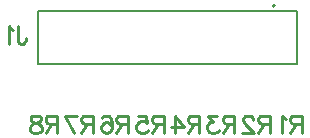
<source format=gbr>
%TF.GenerationSoftware,Altium Limited,Altium Designer,25.7.1 (20)*%
G04 Layer_Color=32896*
%FSLAX45Y45*%
%MOMM*%
%TF.SameCoordinates,F992C923-051B-4CFE-8532-EDB8D3AF3AE8*%
%TF.FilePolarity,Positive*%
%TF.FileFunction,Legend,Bot*%
%TF.Part,Single*%
G01*
G75*
%TA.AperFunction,NonConductor*%
%ADD23C,0.20000*%
%ADD24C,0.25000*%
%ADD25C,0.12700*%
D23*
X15110001Y20664600D02*
G03*
X15110001Y20664600I-10000J0D01*
G01*
D24*
X12930847Y20490288D02*
Y20376027D01*
X12937988Y20354604D01*
X12945129Y20347461D01*
X12959412Y20340320D01*
X12973695D01*
X12987978Y20347461D01*
X12995119Y20354604D01*
X13002260Y20376027D01*
Y20390309D01*
X12892284Y20461723D02*
X12878001Y20468864D01*
X12856577Y20490288D01*
Y20340320D01*
X14166760Y19734984D02*
Y19585016D01*
Y19734984D02*
X14102489D01*
X14081065Y19727843D01*
X14073923Y19720702D01*
X14066782Y19706419D01*
Y19692136D01*
X14073923Y19677853D01*
X14081065Y19670712D01*
X14102489Y19663571D01*
X14166760D01*
X14116771D02*
X14066782Y19585016D01*
X13947522Y19734984D02*
X14018935D01*
X14026076Y19670712D01*
X14018935Y19677853D01*
X13997511Y19684995D01*
X13976086D01*
X13954663Y19677853D01*
X13940379Y19663571D01*
X13933240Y19642146D01*
Y19627864D01*
X13940379Y19606441D01*
X13954663Y19592157D01*
X13976086Y19585016D01*
X13997511D01*
X14018935Y19592157D01*
X14026076Y19599300D01*
X14033218Y19613582D01*
X13863190Y19734984D02*
Y19585016D01*
Y19734984D02*
X13798918D01*
X13777493Y19727843D01*
X13770354Y19720702D01*
X13763211Y19706419D01*
Y19692136D01*
X13770354Y19677853D01*
X13777493Y19670712D01*
X13798918Y19663571D01*
X13863190D01*
X13813200D02*
X13763211Y19585016D01*
X13643951Y19713560D02*
X13651093Y19727843D01*
X13672516Y19734984D01*
X13686800D01*
X13708223Y19727843D01*
X13722507Y19706419D01*
X13729646Y19670712D01*
Y19635005D01*
X13722507Y19606441D01*
X13708223Y19592157D01*
X13686800Y19585016D01*
X13679659D01*
X13658234Y19592157D01*
X13643951Y19606441D01*
X13636810Y19627864D01*
Y19635005D01*
X13643951Y19656430D01*
X13658234Y19670712D01*
X13679659Y19677853D01*
X13686800D01*
X13708223Y19670712D01*
X13722507Y19656430D01*
X13729646Y19635005D01*
X13566760Y19734984D02*
Y19585016D01*
Y19734984D02*
X13502489D01*
X13481064Y19727843D01*
X13473923Y19720702D01*
X13466782Y19706419D01*
Y19692136D01*
X13473923Y19677853D01*
X13481064Y19670712D01*
X13502489Y19663571D01*
X13566760D01*
X13516771D02*
X13466782Y19585016D01*
X13333240Y19734984D02*
X13404652Y19585016D01*
X13433217Y19734984D02*
X13333240D01*
X13266760D02*
Y19585016D01*
Y19734984D02*
X13202489D01*
X13181065Y19727843D01*
X13173923Y19720702D01*
X13166782Y19706419D01*
Y19692136D01*
X13173923Y19677853D01*
X13181065Y19670712D01*
X13202489Y19663571D01*
X13266760D01*
X13216771D02*
X13166782Y19585016D01*
X13097511Y19734984D02*
X13118935Y19727843D01*
X13126076Y19713560D01*
Y19699277D01*
X13118935Y19684995D01*
X13104652Y19677853D01*
X13076086Y19670712D01*
X13054663Y19663571D01*
X13040379Y19649287D01*
X13033240Y19635005D01*
Y19613582D01*
X13040379Y19599300D01*
X13047522Y19592157D01*
X13068945Y19585016D01*
X13097511D01*
X13118935Y19592157D01*
X13126076Y19599300D01*
X13133218Y19613582D01*
Y19635005D01*
X13126076Y19649287D01*
X13111794Y19663571D01*
X13090370Y19670712D01*
X13061804Y19677853D01*
X13047522Y19684995D01*
X13040379Y19699277D01*
Y19713560D01*
X13047522Y19727843D01*
X13068945Y19734984D01*
X13097511D01*
X14470331D02*
Y19585016D01*
Y19734984D02*
X14406059D01*
X14384634Y19727843D01*
X14377493Y19720702D01*
X14370354Y19706419D01*
Y19692136D01*
X14377493Y19677853D01*
X14384634Y19670712D01*
X14406059Y19663571D01*
X14470331D01*
X14420341D02*
X14370354Y19585016D01*
X14265375Y19734984D02*
X14336787Y19635005D01*
X14229668D01*
X14265375Y19734984D02*
Y19585016D01*
X14766760Y19734984D02*
Y19585016D01*
Y19734984D02*
X14702489D01*
X14681065Y19727843D01*
X14673923Y19720702D01*
X14666782Y19706419D01*
Y19692136D01*
X14673923Y19677853D01*
X14681065Y19670712D01*
X14702489Y19663571D01*
X14766760D01*
X14716771D02*
X14666782Y19585016D01*
X14618935Y19734984D02*
X14540379D01*
X14583228Y19677853D01*
X14561804D01*
X14547522Y19670712D01*
X14540379Y19663571D01*
X14533240Y19642146D01*
Y19627864D01*
X14540379Y19606441D01*
X14554663Y19592157D01*
X14576086Y19585016D01*
X14597511D01*
X14618935Y19592157D01*
X14626076Y19599300D01*
X14633218Y19613582D01*
X15066760Y19734984D02*
Y19585016D01*
Y19734984D02*
X15002489D01*
X14981065Y19727843D01*
X14973923Y19720702D01*
X14966782Y19706419D01*
Y19692136D01*
X14973923Y19677853D01*
X14981065Y19670712D01*
X15002489Y19663571D01*
X15066760D01*
X15016771D02*
X14966782Y19585016D01*
X14926076Y19699277D02*
Y19706419D01*
X14918935Y19720702D01*
X14911794Y19727843D01*
X14897511Y19734984D01*
X14868945D01*
X14854663Y19727843D01*
X14847522Y19720702D01*
X14840379Y19706419D01*
Y19692136D01*
X14847522Y19677853D01*
X14861804Y19656430D01*
X14933218Y19585016D01*
X14833240D01*
X15334625Y19734984D02*
Y19585016D01*
Y19734984D02*
X15270354D01*
X15248929Y19727843D01*
X15241788Y19720702D01*
X15234647Y19706419D01*
Y19692136D01*
X15241788Y19677853D01*
X15248929Y19670712D01*
X15270354Y19663571D01*
X15334625D01*
X15284634D02*
X15234647Y19585016D01*
X15201082Y19706419D02*
X15186800Y19713560D01*
X15165375Y19734984D01*
Y19585016D01*
D25*
X13105000Y20170000D02*
X15295001Y20170000D01*
X13105000D02*
Y20620000D01*
X15295001Y20170000D02*
Y20620000D01*
X13105000Y20620000D02*
X15295001Y20620000D01*
%TF.MD5,1caedda782f09b592a7da9126f486df9*%
M02*

</source>
